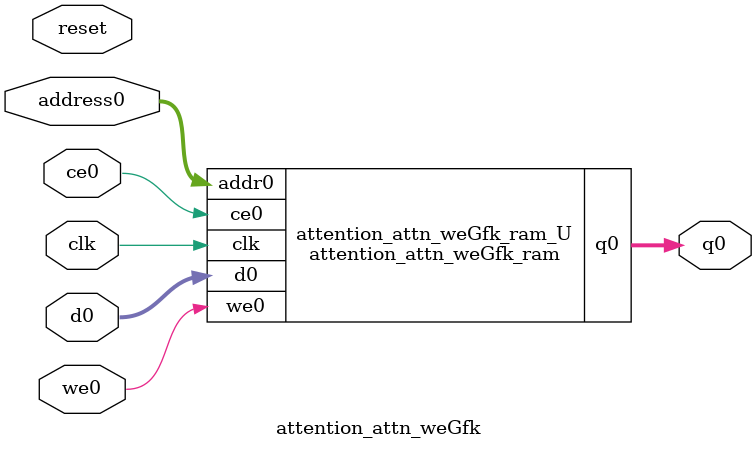
<source format=v>
`timescale 1 ns / 1 ps
module attention_attn_weGfk_ram (addr0, ce0, d0, we0, q0,  clk);

parameter DWIDTH = 40;
parameter AWIDTH = 5;
parameter MEM_SIZE = 24;

input[AWIDTH-1:0] addr0;
input ce0;
input[DWIDTH-1:0] d0;
input we0;
output reg[DWIDTH-1:0] q0;
input clk;

(* ram_style = "distributed" *)reg [DWIDTH-1:0] ram[0:MEM_SIZE-1];




always @(posedge clk)  
begin 
    if (ce0) begin
        if (we0) 
            ram[addr0] <= d0; 
        q0 <= ram[addr0];
    end
end


endmodule

`timescale 1 ns / 1 ps
module attention_attn_weGfk(
    reset,
    clk,
    address0,
    ce0,
    we0,
    d0,
    q0);

parameter DataWidth = 32'd40;
parameter AddressRange = 32'd24;
parameter AddressWidth = 32'd5;
input reset;
input clk;
input[AddressWidth - 1:0] address0;
input ce0;
input we0;
input[DataWidth - 1:0] d0;
output[DataWidth - 1:0] q0;



attention_attn_weGfk_ram attention_attn_weGfk_ram_U(
    .clk( clk ),
    .addr0( address0 ),
    .ce0( ce0 ),
    .we0( we0 ),
    .d0( d0 ),
    .q0( q0 ));

endmodule


</source>
